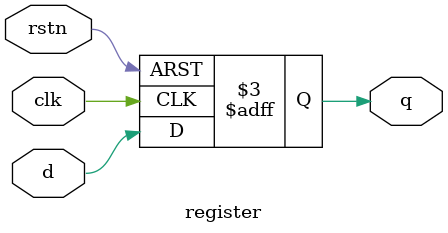
<source format=sv>
module register (
    input  logic clk,
    input  logic rstn,
    input  logic d,
    output logic q
);

    always_ff @(posedge clk or negedge rstn) begin
        if (!rstn) begin
            q <= 1'b0;
        end else begin
            q <= d;
        end
    end

endmodule
</source>
